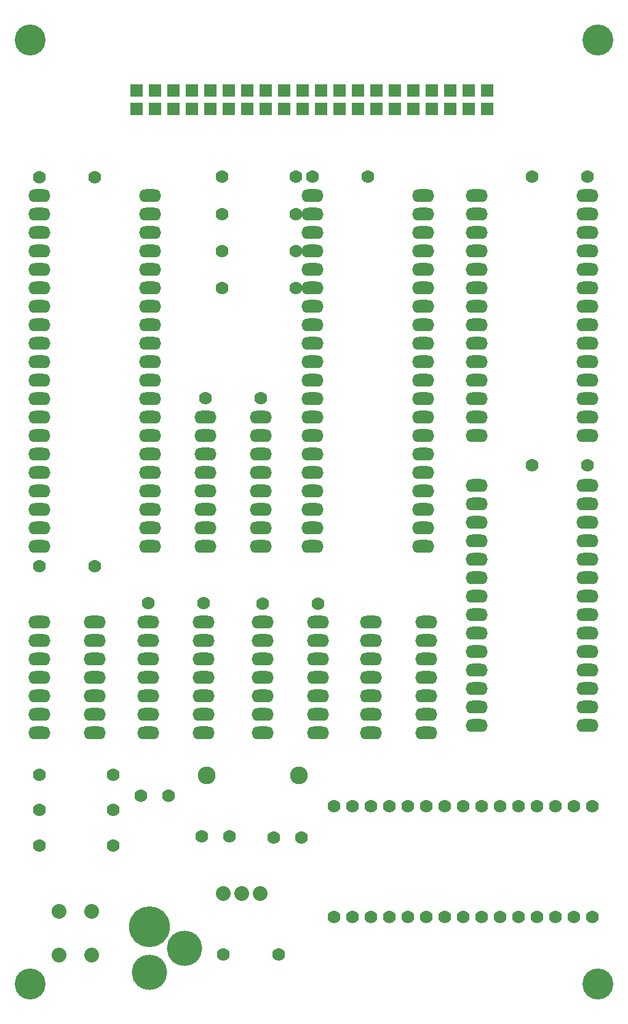
<source format=gbr>
G04 EasyPC Gerber Version 20.0.2 Build 4112 *
G04 #@! TF.Part,Single*
G04 #@! TF.FileFunction,Soldermask,Bot *
%FSLAX35Y35*%
%MOIN*%
G04 #@! TA.AperFunction,ComponentPad*
%ADD29R,0.07000X0.07000*%
%ADD28C,0.07000*%
%ADD73C,0.08000*%
%ADD74C,0.09600*%
G04 #@! TA.AperFunction,WasherPad*
%ADD81C,0.16748*%
G04 #@! TA.AperFunction,ComponentPad*
%ADD82C,0.19110*%
%ADD27O,0.12000X0.07000*%
%ADD83C,0.22102*%
X0Y0D02*
D02*
D27*
X32750Y151750D03*
Y161750D03*
Y171750D03*
Y181750D03*
Y191750D03*
Y201750D03*
Y211750D03*
Y252750D03*
Y262750D03*
Y272750D03*
Y282750D03*
Y292750D03*
Y302750D03*
Y312750D03*
Y322750D03*
Y332750D03*
Y342750D03*
Y352750D03*
Y362750D03*
Y372750D03*
Y382750D03*
Y392750D03*
Y402750D03*
Y412750D03*
Y422750D03*
Y432750D03*
Y442750D03*
X62750Y151750D03*
Y161750D03*
Y171750D03*
Y181750D03*
Y191750D03*
Y201750D03*
Y211750D03*
X91750Y151750D03*
Y161750D03*
Y171750D03*
Y181750D03*
Y191750D03*
Y201750D03*
Y211750D03*
X92750Y252750D03*
Y262750D03*
Y272750D03*
Y282750D03*
Y292750D03*
Y302750D03*
Y312750D03*
Y322750D03*
Y332750D03*
Y342750D03*
Y352750D03*
Y362750D03*
Y372750D03*
Y382750D03*
Y392750D03*
Y402750D03*
Y412750D03*
Y422750D03*
Y432750D03*
Y442750D03*
X121750Y151750D03*
Y161750D03*
Y171750D03*
Y181750D03*
Y191750D03*
Y201750D03*
Y211750D03*
X122750Y252750D03*
Y262750D03*
Y272750D03*
Y282750D03*
Y292750D03*
Y302750D03*
Y312750D03*
Y322750D03*
X152750Y252750D03*
Y262750D03*
Y272750D03*
Y282750D03*
Y292750D03*
Y302750D03*
Y312750D03*
Y322750D03*
X153750Y151750D03*
Y161750D03*
Y171750D03*
Y181750D03*
Y191750D03*
Y201750D03*
Y211750D03*
X180750Y252750D03*
Y262750D03*
Y272750D03*
Y282750D03*
Y292750D03*
Y302750D03*
Y312750D03*
Y322750D03*
Y332750D03*
Y342750D03*
Y352750D03*
Y362750D03*
Y372750D03*
Y382750D03*
Y392750D03*
Y402750D03*
Y412750D03*
Y422750D03*
Y432750D03*
Y442750D03*
X183750Y151750D03*
Y161750D03*
Y171750D03*
Y181750D03*
Y191750D03*
Y201750D03*
Y211750D03*
X212250Y151750D03*
Y161750D03*
Y171750D03*
Y181750D03*
Y191750D03*
Y201750D03*
Y211750D03*
X240750Y252750D03*
Y262750D03*
Y272750D03*
Y282750D03*
Y292750D03*
Y302750D03*
Y312750D03*
Y322750D03*
Y332750D03*
Y342750D03*
Y352750D03*
Y362750D03*
Y372750D03*
Y382750D03*
Y392750D03*
Y402750D03*
Y412750D03*
Y422750D03*
Y432750D03*
Y442750D03*
X242250Y151750D03*
Y161750D03*
Y171750D03*
Y181750D03*
Y191750D03*
Y201750D03*
Y211750D03*
X269750Y155750D03*
Y165750D03*
Y175750D03*
Y185750D03*
Y195750D03*
Y205750D03*
Y215750D03*
Y225750D03*
Y235750D03*
Y245750D03*
Y255750D03*
Y265750D03*
Y275750D03*
Y285750D03*
Y312750D03*
Y322750D03*
Y332750D03*
Y342750D03*
Y352750D03*
Y362750D03*
Y372750D03*
Y382750D03*
Y392750D03*
Y402750D03*
Y412750D03*
Y422750D03*
Y432750D03*
Y442750D03*
X329750Y155750D03*
Y165750D03*
Y175750D03*
Y185750D03*
Y195750D03*
Y205750D03*
Y215750D03*
Y225750D03*
Y235750D03*
Y245750D03*
Y255750D03*
Y265750D03*
Y275750D03*
Y285750D03*
Y312750D03*
Y322750D03*
Y332750D03*
Y342750D03*
Y352750D03*
Y362750D03*
Y372750D03*
Y382750D03*
Y392750D03*
Y402750D03*
Y412750D03*
Y422750D03*
Y432750D03*
Y442750D03*
D02*
D28*
X32750Y90750D03*
Y110250D03*
Y129250D03*
Y242250D03*
Y452750D03*
X62750Y242250D03*
Y452750D03*
X72750Y90750D03*
Y110250D03*
Y129250D03*
X87750Y117750D03*
X91750Y222250D03*
X102750Y117750D03*
X120750Y95750D03*
X121750Y222250D03*
X122750Y333250D03*
X131750Y392750D03*
Y412750D03*
Y432750D03*
Y453250D03*
X132250Y31750D03*
X135750Y95750D03*
X152750Y333250D03*
X153750Y221750D03*
X159750Y95250D03*
X162250Y31750D03*
X171750Y392750D03*
Y412750D03*
Y432750D03*
Y453250D03*
X174750Y95250D03*
X180750Y453250D03*
X183750Y221750D03*
X192250Y52250D03*
Y112250D03*
X202250Y52250D03*
Y112250D03*
X210750Y453250D03*
X212250Y52250D03*
Y112250D03*
X222250Y52250D03*
Y112250D03*
X232250Y52250D03*
Y112250D03*
X242250Y52250D03*
Y112250D03*
X252250Y52250D03*
Y112250D03*
X262250Y52250D03*
Y112250D03*
X272250Y52250D03*
Y112250D03*
X282250Y52250D03*
Y112250D03*
X292250Y52250D03*
Y112250D03*
X299750Y296750D03*
Y453250D03*
X302250Y52250D03*
Y112250D03*
X312250Y52250D03*
Y112250D03*
X322250Y52250D03*
Y112250D03*
X329750Y296750D03*
Y453250D03*
X332250Y52250D03*
Y112250D03*
D02*
D29*
X85250Y489750D03*
Y499750D03*
X95250Y489750D03*
Y499750D03*
X105250Y489750D03*
Y499750D03*
X115250Y489750D03*
Y499750D03*
X125250Y489750D03*
Y499750D03*
X135250Y489750D03*
Y499750D03*
X145250Y489750D03*
Y499750D03*
X155250Y489750D03*
Y499750D03*
X165250Y489750D03*
Y499750D03*
X175250Y489750D03*
Y499750D03*
X185250Y489750D03*
Y499750D03*
X195250Y489750D03*
Y499750D03*
X205250Y489750D03*
Y499750D03*
X215250Y489750D03*
Y499750D03*
X225250Y489750D03*
Y499750D03*
X235250Y489750D03*
Y499750D03*
X245250Y489750D03*
Y499750D03*
X255250Y489750D03*
Y499750D03*
X265250Y489750D03*
Y499750D03*
X275250Y489750D03*
Y499750D03*
D02*
D73*
X43250Y31628D03*
Y55250D03*
X60967Y31628D03*
Y55250D03*
X132250Y64750D03*
X142250D03*
X152250D03*
D02*
D74*
X123250Y128750D03*
X173250D03*
D02*
D81*
X27750Y15750D03*
Y527250D03*
X335250Y15750D03*
Y527250D03*
D02*
D82*
X92250Y22250D03*
X111148Y35045D03*
D02*
D83*
X92250Y46856D03*
X0Y0D02*
M02*

</source>
